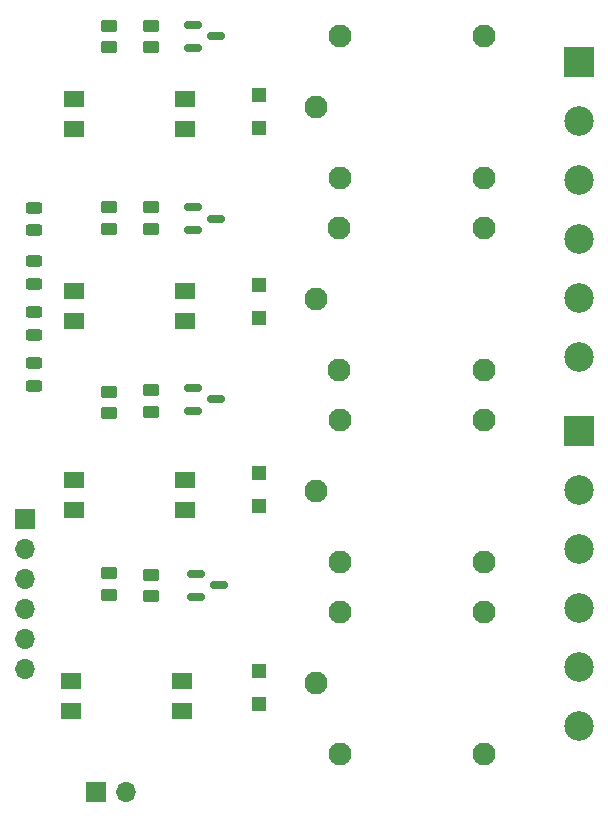
<source format=gbr>
%TF.GenerationSoftware,KiCad,Pcbnew,(6.0.7)*%
%TF.CreationDate,2023-01-17T21:34:43+03:00*%
%TF.ProjectId,4ChannelRelayModule,34436861-6e6e-4656-9c52-656c61794d6f,rev?*%
%TF.SameCoordinates,Original*%
%TF.FileFunction,Soldermask,Top*%
%TF.FilePolarity,Negative*%
%FSLAX46Y46*%
G04 Gerber Fmt 4.6, Leading zero omitted, Abs format (unit mm)*
G04 Created by KiCad (PCBNEW (6.0.7)) date 2023-01-17 21:34:43*
%MOMM*%
%LPD*%
G01*
G04 APERTURE LIST*
G04 Aperture macros list*
%AMRoundRect*
0 Rectangle with rounded corners*
0 $1 Rounding radius*
0 $2 $3 $4 $5 $6 $7 $8 $9 X,Y pos of 4 corners*
0 Add a 4 corners polygon primitive as box body*
4,1,4,$2,$3,$4,$5,$6,$7,$8,$9,$2,$3,0*
0 Add four circle primitives for the rounded corners*
1,1,$1+$1,$2,$3*
1,1,$1+$1,$4,$5*
1,1,$1+$1,$6,$7*
1,1,$1+$1,$8,$9*
0 Add four rect primitives between the rounded corners*
20,1,$1+$1,$2,$3,$4,$5,0*
20,1,$1+$1,$4,$5,$6,$7,0*
20,1,$1+$1,$6,$7,$8,$9,0*
20,1,$1+$1,$8,$9,$2,$3,0*%
G04 Aperture macros list end*
%ADD10R,1.700000X1.450000*%
%ADD11RoundRect,0.243750X-0.456250X0.243750X-0.456250X-0.243750X0.456250X-0.243750X0.456250X0.243750X0*%
%ADD12RoundRect,0.250000X-0.450000X0.262500X-0.450000X-0.262500X0.450000X-0.262500X0.450000X0.262500X0*%
%ADD13R,1.200000X1.200000*%
%ADD14RoundRect,0.250000X0.450000X-0.262500X0.450000X0.262500X-0.450000X0.262500X-0.450000X-0.262500X0*%
%ADD15RoundRect,0.150000X-0.587500X-0.150000X0.587500X-0.150000X0.587500X0.150000X-0.587500X0.150000X0*%
%ADD16R,1.700000X1.700000*%
%ADD17O,1.700000X1.700000*%
%ADD18R,2.500000X2.500000*%
%ADD19C,2.500000*%
%ADD20C,1.950000*%
%ADD21RoundRect,0.243750X0.456250X-0.243750X0.456250X0.243750X-0.456250X0.243750X-0.456250X-0.243750X0*%
G04 APERTURE END LIST*
D10*
%TO.C,U3*%
X107314000Y-93156000D03*
X107314000Y-95696000D03*
X116714000Y-95696000D03*
X116714000Y-93156000D03*
%TD*%
D11*
%TO.C,D4*%
X103886000Y-83250000D03*
X103886000Y-85125000D03*
%TD*%
D12*
%TO.C,R4*%
X110236000Y-101030000D03*
X110236000Y-102855000D03*
%TD*%
D11*
%TO.C,D3*%
X103886000Y-78932000D03*
X103886000Y-80807000D03*
%TD*%
D13*
%TO.C,D6*%
X122936000Y-79446000D03*
X122936000Y-76646000D03*
%TD*%
D14*
%TO.C,R6*%
X113792000Y-71867000D03*
X113792000Y-70042000D03*
%TD*%
D10*
%TO.C,U2*%
X107314000Y-77154000D03*
X107314000Y-79694000D03*
X116714000Y-79694000D03*
X116714000Y-77154000D03*
%TD*%
D14*
%TO.C,R3*%
X110236000Y-87464500D03*
X110236000Y-85639500D03*
%TD*%
D15*
%TO.C,Q3*%
X117426500Y-85348000D03*
X117426500Y-87248000D03*
X119301500Y-86298000D03*
%TD*%
D10*
%TO.C,U4*%
X107060000Y-110174000D03*
X107060000Y-112714000D03*
X116460000Y-112714000D03*
X116460000Y-110174000D03*
%TD*%
D13*
%TO.C,D8*%
X122936000Y-112082000D03*
X122936000Y-109282000D03*
%TD*%
D16*
%TO.C,J1*%
X103124000Y-96458000D03*
D17*
X103124000Y-98998000D03*
X103124000Y-101538000D03*
X103124000Y-104078000D03*
X103124000Y-106618000D03*
X103124000Y-109158000D03*
%TD*%
D18*
%TO.C,J3*%
X150072000Y-57700000D03*
D19*
X150072000Y-62700000D03*
X150072000Y-67700000D03*
X150072000Y-72700000D03*
X150072000Y-77700000D03*
X150072000Y-82700000D03*
%TD*%
D10*
%TO.C,U1*%
X107314000Y-60898000D03*
X107314000Y-63438000D03*
X116714000Y-63438000D03*
X116714000Y-60898000D03*
%TD*%
D20*
%TO.C,K1*%
X129794000Y-67564000D03*
X129794000Y-55564000D03*
X127794000Y-61564000D03*
X141994000Y-55564000D03*
X141994000Y-67564000D03*
%TD*%
D12*
%TO.C,R2*%
X110236000Y-70042000D03*
X110236000Y-71867000D03*
%TD*%
D14*
%TO.C,R5*%
X113792000Y-56476500D03*
X113792000Y-54651500D03*
%TD*%
%TO.C,R7*%
X113792000Y-87361000D03*
X113792000Y-85536000D03*
%TD*%
D15*
%TO.C,Q4*%
X117680500Y-101096000D03*
X117680500Y-102996000D03*
X119555500Y-102046000D03*
%TD*%
D20*
%TO.C,K2*%
X129790000Y-83820000D03*
X129790000Y-71820000D03*
X127790000Y-77820000D03*
X141990000Y-71820000D03*
X141990000Y-83820000D03*
%TD*%
D21*
%TO.C,D1*%
X103886000Y-71995500D03*
X103886000Y-70120500D03*
%TD*%
D13*
%TO.C,D5*%
X122936000Y-63314000D03*
X122936000Y-60514000D03*
%TD*%
D14*
%TO.C,R1*%
X110236000Y-56476500D03*
X110236000Y-54651500D03*
%TD*%
D11*
%TO.C,D2*%
X103886000Y-74614000D03*
X103886000Y-76489000D03*
%TD*%
D13*
%TO.C,D7*%
X122936000Y-95318000D03*
X122936000Y-92518000D03*
%TD*%
D15*
%TO.C,Q2*%
X117426500Y-70042000D03*
X117426500Y-71942000D03*
X119301500Y-70992000D03*
%TD*%
D20*
%TO.C,K3*%
X129794000Y-100076000D03*
X129794000Y-88076000D03*
X127794000Y-94076000D03*
X141994000Y-88076000D03*
X141994000Y-100076000D03*
%TD*%
D16*
%TO.C,J2*%
X109215000Y-119572000D03*
D17*
X111755000Y-119572000D03*
%TD*%
D15*
%TO.C,Q1*%
X117426500Y-54614000D03*
X117426500Y-56514000D03*
X119301500Y-55564000D03*
%TD*%
D18*
%TO.C,J4*%
X150072000Y-88942000D03*
D19*
X150072000Y-93942000D03*
X150072000Y-98942000D03*
X150072000Y-103942000D03*
X150072000Y-108942000D03*
X150072000Y-113942000D03*
%TD*%
D20*
%TO.C,K4*%
X129794000Y-116332000D03*
X129794000Y-104332000D03*
X127794000Y-110332000D03*
X141994000Y-104332000D03*
X141994000Y-116332000D03*
%TD*%
D12*
%TO.C,R8*%
X113792000Y-101133500D03*
X113792000Y-102958500D03*
%TD*%
M02*

</source>
